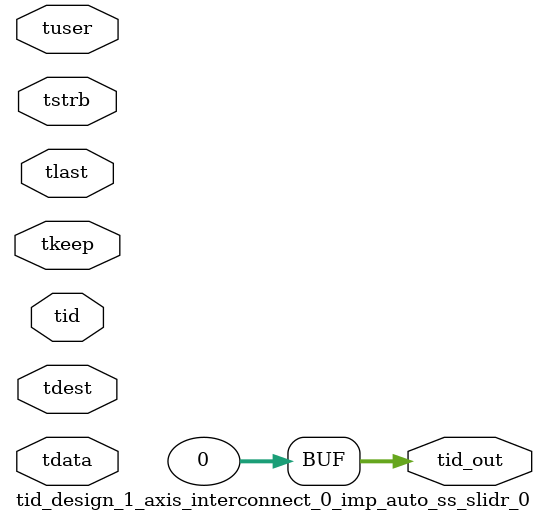
<source format=v>


`timescale 1ps/1ps

module tid_design_1_axis_interconnect_0_imp_auto_ss_slidr_0 #
(
parameter C_S_AXIS_TID_WIDTH   = 1,
parameter C_S_AXIS_TUSER_WIDTH = 0,
parameter C_S_AXIS_TDATA_WIDTH = 0,
parameter C_S_AXIS_TDEST_WIDTH = 0,
parameter C_M_AXIS_TID_WIDTH   = 32
)
(
input  [(C_S_AXIS_TID_WIDTH   == 0 ? 1 : C_S_AXIS_TID_WIDTH)-1:0       ] tid,
input  [(C_S_AXIS_TDATA_WIDTH == 0 ? 1 : C_S_AXIS_TDATA_WIDTH)-1:0     ] tdata,
input  [(C_S_AXIS_TUSER_WIDTH == 0 ? 1 : C_S_AXIS_TUSER_WIDTH)-1:0     ] tuser,
input  [(C_S_AXIS_TDEST_WIDTH == 0 ? 1 : C_S_AXIS_TDEST_WIDTH)-1:0     ] tdest,
input  [(C_S_AXIS_TDATA_WIDTH/8)-1:0 ] tkeep,
input  [(C_S_AXIS_TDATA_WIDTH/8)-1:0 ] tstrb,
input                                                                    tlast,
output [(C_M_AXIS_TID_WIDTH   == 0 ? 1 : C_M_AXIS_TID_WIDTH)-1:0       ] tid_out
);

assign tid_out = {1'b0};

endmodule


</source>
